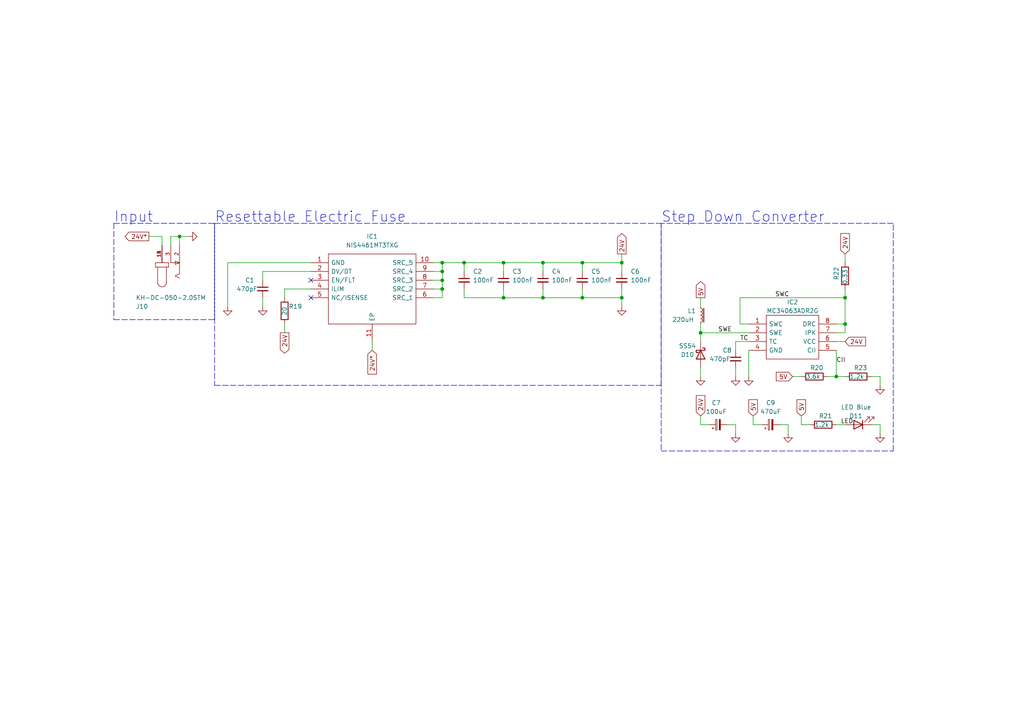
<source format=kicad_sch>
(kicad_sch (version 20211123) (generator eeschema)
  (paper "A4")
  (title_block (title "Plant Watering") (date "2022-08-29") (rev "1") (company "All in one device for plant irrigation") (comment 1 "Reading moisture, processing data, including weather, switching of solenoid valves") (comment 2 "5 A peak current, max. 1 s") (comment 3 "24 V input voltage"))
  (lib_symbols
    (symbol "Device:C_Polarized_Small" (pin_numbers hide) (pin_names (offset 0.254) hide)
      (property "Reference" "C" (at 0.254 1.778 0))
      (property "Value" "C_Polarized_Small" (at 0.254 -2.032 0))
      (symbol "C_Polarized_Small_0_1"
        (rectangle (start -1.524 -0.3048) (end 1.524 -0.6858) (fill (type outline)))
        (rectangle (start -1.524 0.6858) (end 1.524 0.3048))
        (polyline (pts (xy -1.27 1.524) (xy -0.762 1.524)))
        (polyline (pts (xy -1.016 1.27) (xy -1.016 1.778)))
      )
      (symbol "C_Polarized_Small_1_1"
        (pin passive line (at 0 2.54 270) (length 1.8542) (name "~") (number "1"))
        (pin passive line (at 0 -2.54 90) (length 1.8542) (name "~") (number "2"))
      )
    )
    (symbol "Device:C_Small" (pin_numbers hide) (pin_names (offset 0.254) hide)
      (property "Reference" "C" (at 0.254 1.778 0))
      (property "Value" "C_Small" (at 0.254 -2.032 0))
      (symbol "C_Small_0_1"
        (polyline (pts (xy -1.524 -0.508) (xy 1.524 -0.508)) (stroke (width 0.3302)))
        (polyline (pts (xy -1.524 0.508) (xy 1.524 0.508)) (stroke (width 0.3048)))
      )
      (symbol "C_Small_1_1"
        (pin passive line (at 0 2.54 270) (length 2.032) (name "~") (number "1"))
        (pin passive line (at 0 -2.54 90) (length 2.032) (name "~") (number "2"))
      )
    )
    (symbol "Device:D_Schottky" (pin_numbers hide) (pin_names (offset 1.016) hide)
      (property "Reference" "D" (at 0 2.54 0))
      (property "Value" "D_Schottky" (at 0 -2.54 0))
      (symbol "D_Schottky_0_1"
        (polyline (pts (xy 1.27 0) (xy -1.27 0)))
        (polyline (pts (xy 1.27 1.27) (xy 1.27 -1.27) (xy -1.27 0) (xy 1.27 1.27)) (stroke (width 0.254)))
        (polyline (pts (xy -1.905 0.635) (xy -1.905 1.27) (xy -1.27 1.27) (xy -1.27 -1.27) (xy -0.635 -1.27) (xy -0.635 -0.635)) (stroke (width 0.254)))
      )
      (symbol "D_Schottky_1_1"
        (pin passive line (at -3.81 0 0) (length 2.54) (name "K") (number "1"))
        (pin passive line (at 3.81 0 180) (length 2.54) (name "A") (number "2"))
      )
    )
    (symbol "Device:LED" (pin_numbers hide) (pin_names (offset 1.016) hide)
      (property "Reference" "D" (at 0 2.54 0))
      (property "Value" "LED" (at 0 -2.54 0))
      (symbol "LED_0_1"
        (polyline (pts (xy -1.27 -1.27) (xy -1.27 1.27)) (stroke (width 0.254)))
        (polyline (pts (xy -1.27 0) (xy 1.27 0)))
        (polyline (pts (xy 1.27 -1.27) (xy 1.27 1.27) (xy -1.27 0) (xy 1.27 -1.27)) (stroke (width 0.254)))
        (polyline (pts (xy -3.048 -0.762) (xy -4.572 -2.286) (xy -3.81 -2.286) (xy -4.572 -2.286) (xy -4.572 -1.524)))
        (polyline (pts (xy -1.778 -0.762) (xy -3.302 -2.286) (xy -2.54 -2.286) (xy -3.302 -2.286) (xy -3.302 -1.524)))
      )
      (symbol "LED_1_1"
        (pin passive line (at -3.81 0 0) (length 2.54) (name "K") (number "1"))
        (pin passive line (at 3.81 0 180) (length 2.54) (name "A") (number "2"))
      )
    )
    (symbol "Device:L_Iron_Small" (pin_numbers hide) (pin_names (offset 0.254) hide)
      (property "Reference" "L" (at 1.27 1.016 0))
      (property "Value" "L_Iron_Small" (at 1.27 -1.27 0))
      (symbol "L_Iron_Small_0_1"
        (arc (start 0 -2.032) (mid 0.508 -1.524) (end 0 -1.016))
        (arc (start 0 -1.016) (mid 0.508 -0.508) (end 0 0))
        (polyline (pts (xy 0.762 2.032) (xy 0.762 -2.032)))
        (polyline (pts (xy 1.016 -2.032) (xy 1.016 2.032)))
        (arc (start 0 0) (mid 0.508 0.508) (end 0 1.016))
        (arc (start 0 1.016) (mid 0.508 1.524) (end 0 2.032))
      )
      (symbol "L_Iron_Small_1_1"
        (pin passive line (at 0 2.54 270) (length 0.508) (name "~") (number "1"))
        (pin passive line (at 0 -2.54 90) (length 0.508) (name "~") (number "2"))
      )
    )
    (symbol "Device:R" (pin_numbers hide) (pin_names (offset 0))
      (property "Reference" "R" (at 2.032 0 90))
      (property "Value" "R" (at 0 0 90))
      (symbol "R_0_1"
        (rectangle (start -1.016 -2.54) (end 1.016 2.54) (stroke (width 0.254)))
      )
      (symbol "R_1_1"
        (pin passive line (at 0 3.81 270) (length 1.27) (name "~") (number "1"))
        (pin passive line (at 0 -3.81 90) (length 1.27) (name "~") (number "2"))
      )
    )
    (symbol "PJ-002BH-SMT-TR:PJ-002BH-SMT-TR" (pin_names (offset 1.016) hide)
      (property "Reference" "J" (at -7.62 5.08 0))
      (property "Value" "PJ-002BH-SMT-TR" (at -7.62 -5.08 0))
      (symbol "PJ-002BH-SMT-TR_0_0"
        (arc (start -5.715 3.81) (mid -6.985 2.54) (end -5.715 1.27) (stroke (width 0.1524)))
        (polyline (pts (xy -5.715 3.81) (xy -1.27 3.81)) (stroke (width 0.1524)))
        (polyline (pts (xy -3.81 -1.27) (xy -4.445 -2.54)) (stroke (width 0.1524)))
        (polyline (pts (xy -3.175 -2.54) (xy -3.81 -1.27)) (stroke (width 0.1524)))
        (polyline (pts (xy -1.27 0.635) (xy 0 0.635)) (stroke (width 0.1524)))
        (polyline (pts (xy -1.27 1.27) (xy -5.715 1.27)) (stroke (width 0.1524)))
        (polyline (pts (xy -1.27 1.27) (xy -1.27 0.635)) (stroke (width 0.1524)))
        (polyline (pts (xy -1.27 3.81) (xy -1.27 1.27)) (stroke (width 0.1524)))
        (polyline (pts (xy -1.27 4.445) (xy -1.27 3.81)) (stroke (width 0.1524)))
        (polyline (pts (xy 0 -2.54) (xy -3.175 -2.54)) (stroke (width 0.1524)))
        (polyline (pts (xy 0 0) (xy 0 -2.54)) (stroke (width 0.1524)))
        (polyline (pts (xy 0 0.635) (xy 0 4.445)) (stroke (width 0.1524)))
        (polyline (pts (xy 0 4.445) (xy -1.27 4.445)) (stroke (width 0.1524)))
        (polyline (pts (xy 0 -2.54) (xy -0.508 -1.27) (xy 0.508 -1.27) (xy 0 -2.54)) (stroke (width 0.1524)) (fill (type background)))
        (pin passive line (at 5.08 2.54 180) (length 5.08) (name "~") (number "1A"))
        (pin passive line (at 5.08 2.54 180) (length 5.08) (name "~") (number "1B"))
        (pin passive line (at 5.08 -2.54 180) (length 5.08) (name "~") (number "2"))
        (pin passive line (at 5.08 0 180) (length 5.08) (name "~") (number "3"))
      )
    )
    (symbol "SamacSys_Parts:MC34063ACD-TR" (pin_names (offset 0.762))
      (property "Reference" "IC" (at 21.59 7.62 0))
      (property "Value" "MC34063ACD-TR" (at 21.59 5.08 0))
      (symbol "MC34063ACD-TR_0_0"
        (pin passive line (at 0 0 0) (length 5.08) (name "SWC") (number "1"))
        (pin passive line (at 0 -2.54 0) (length 5.08) (name "SWE") (number "2"))
        (pin passive line (at 0 -5.08 0) (length 5.08) (name "TC") (number "3"))
        (pin passive line (at 0 -7.62 0) (length 5.08) (name "GND") (number "4"))
        (pin passive line (at 25.4 -7.62 180) (length 5.08) (name "CII") (number "5"))
        (pin passive line (at 25.4 -5.08 180) (length 5.08) (name "VCC") (number "6"))
        (pin passive line (at 25.4 -2.54 180) (length 5.08) (name "IPK") (number "7"))
        (pin passive line (at 25.4 0 180) (length 5.08) (name "DRC") (number "8"))
      )
      (symbol "MC34063ACD-TR_0_1"
        (polyline (pts (xy 5.08 2.54) (xy 20.32 2.54) (xy 20.32 -10.16) (xy 5.08 -10.16) (xy 5.08 2.54)) (stroke (width 0.1524)))
      )
    )
    (symbol "SamacSys_Parts:NIS4461MT3TXG" (pin_names (offset 0.762))
      (property "Reference" "IC" (at 31.75 7.62 0))
      (property "Value" "NIS4461MT3TXG" (at 31.75 5.08 0))
      (symbol "NIS4461MT3TXG_0_0"
        (pin passive line (at 0 0 0) (length 5.08) (name "GND") (number "1"))
        (pin passive line (at 35.56 0 180) (length 5.08) (name "SRC_5") (number "10"))
        (pin passive line (at 17.78 -22.86 90) (length 5.08) (name "EP") (number "11"))
        (pin passive line (at 0 -2.54 0) (length 5.08) (name "DV/DT") (number "2"))
        (pin passive line (at 0 -5.08 0) (length 5.08) (name "EN/FLT") (number "3"))
        (pin passive line (at 0 -7.62 0) (length 5.08) (name "ILIM") (number "4"))
        (pin passive line (at 0 -10.16 0) (length 5.08) (name "NC/ISENSE") (number "5"))
        (pin passive line (at 35.56 -10.16 180) (length 5.08) (name "SRC_1") (number "6"))
        (pin passive line (at 35.56 -7.62 180) (length 5.08) (name "SRC_2") (number "7"))
        (pin passive line (at 35.56 -5.08 180) (length 5.08) (name "SRC_3") (number "8"))
        (pin passive line (at 35.56 -2.54 180) (length 5.08) (name "SRC_4") (number "9"))
      )
      (symbol "NIS4461MT3TXG_0_1"
        (polyline (pts (xy 5.08 2.54) (xy 30.48 2.54) (xy 30.48 -17.78) (xy 5.08 -17.78) (xy 5.08 2.54)) (stroke (width 0.1524)))
      )
    )
    (symbol "power:GND" (power) (pin_names (offset 0))
      (property "Value" "GND" (at 0 -3.81 0))
      (symbol "GND_0_1"
        (polyline (pts (xy 0 0) (xy 0 -1.27) (xy 1.27 -1.27) (xy 0 -2.54) (xy -1.27 -1.27) (xy 0 -1.27)))
      )
      (symbol "GND_1_1"
        (pin power_in line (at 0 0 270) (length 0) hide (name "GND") (number "1"))
      )
    )
  )
  (junction (at 180.34 86.36))
  (junction (at 157.48 76.2))
  (junction (at 52.07 68.58))
  (junction (at 128.27 81.28))
  (junction (at 180.34 76.2))
  (junction (at 168.91 76.2))
  (junction (at 128.27 76.2))
  (junction (at 157.48 86.36))
  (junction (at 128.27 78.74))
  (junction (at 134.62 76.2))
  (junction (at 128.27 83.82))
  (junction (at 242.57 109.22))
  (junction (at 245.11 93.98))
  (junction (at 146.05 86.36))
  (junction (at 146.05 76.2))
  (junction (at 168.91 86.36))
  (junction (at 203.2 96.52))
  (junction (at 245.11 86.36))
  (no_connect (at 90.17 86.36))
  (no_connect (at 90.17 81.28))
  (wire (pts (xy 242.57 109.22) (xy 240.03 109.22)))
  (wire (pts (xy 203.2 123.19) (xy 205.74 123.19)))
  (wire (pts (xy 52.07 71.12) (xy 52.07 68.58)))
  (wire (pts (xy 255.27 123.19) (xy 255.27 125.73)))
  (wire (pts (xy 76.2 86.36) (xy 76.2 88.9)))
  (wire (pts (xy 52.07 68.58) (xy 54.61 68.58)))
  (wire (pts (xy 180.34 86.36) (xy 180.34 88.9)))
  (wire (pts (xy 128.27 76.2) (xy 134.62 76.2)))
  (wire (pts (xy 203.2 106.68) (xy 203.2 109.22)))
  (wire (pts (xy 180.34 76.2) (xy 180.34 78.74)))
  (polyline (pts (xy 33.02 64.77) (xy 33.02 92.71)))
  (polyline (pts (xy 191.77 64.77) (xy 191.77 130.81)))
  (wire (pts (xy 146.05 83.82) (xy 146.05 86.36)))
  (polyline (pts (xy 62.23 64.77) (xy 62.23 111.76)))
  (wire (pts (xy 134.62 83.82) (xy 134.62 86.36)))
  (wire (pts (xy 43.18 68.58) (xy 46.99 68.58)))
  (wire (pts (xy 66.04 76.2) (xy 90.17 76.2)))
  (wire (pts (xy 213.36 99.06) (xy 213.36 101.6)))
  (polyline (pts (xy 259.08 64.77) (xy 191.77 64.77)))
  (wire (pts (xy 180.34 73.66) (xy 180.34 76.2)))
  (wire (pts (xy 146.05 76.2) (xy 157.48 76.2)))
  (wire (pts (xy 76.2 78.74) (xy 76.2 81.28)))
  (wire (pts (xy 125.73 81.28) (xy 128.27 81.28)))
  (wire (pts (xy 203.2 86.36) (xy 203.2 88.9)))
  (wire (pts (xy 49.53 71.12) (xy 49.53 68.58)))
  (wire (pts (xy 157.48 83.82) (xy 157.48 86.36)))
  (wire (pts (xy 252.73 123.19) (xy 255.27 123.19)))
  (wire (pts (xy 232.41 123.19) (xy 234.95 123.19)))
  (wire (pts (xy 229.87 109.22) (xy 232.41 109.22)))
  (wire (pts (xy 245.11 93.98) (xy 245.11 96.52)))
  (wire (pts (xy 82.55 83.82) (xy 82.55 86.36)))
  (wire (pts (xy 128.27 81.28) (xy 128.27 83.82)))
  (wire (pts (xy 245.11 93.98) (xy 242.57 93.98)))
  (wire (pts (xy 213.36 125.73) (xy 213.36 123.19)))
  (wire (pts (xy 203.2 93.98) (xy 203.2 96.52)))
  (wire (pts (xy 125.73 76.2) (xy 128.27 76.2)))
  (wire (pts (xy 146.05 76.2) (xy 146.05 78.74)))
  (polyline (pts (xy 33.02 64.77) (xy 62.23 64.77)))
  (wire (pts (xy 232.41 120.65) (xy 232.41 123.19)))
  (wire (pts (xy 134.62 76.2) (xy 134.62 78.74)))
  (wire (pts (xy 252.73 109.22) (xy 255.27 109.22)))
  (wire (pts (xy 242.57 123.19) (xy 245.11 123.19)))
  (wire (pts (xy 242.57 101.6) (xy 242.57 109.22)))
  (wire (pts (xy 245.11 86.36) (xy 245.11 93.98)))
  (wire (pts (xy 245.11 73.66) (xy 245.11 76.2)))
  (wire (pts (xy 214.63 86.36) (xy 245.11 86.36)))
  (wire (pts (xy 90.17 78.74) (xy 76.2 78.74)))
  (wire (pts (xy 107.95 101.6) (xy 107.95 99.06)))
  (wire (pts (xy 157.48 76.2) (xy 157.48 78.74)))
  (polyline (pts (xy 62.23 64.77) (xy 191.77 64.77)))
  (wire (pts (xy 217.17 101.6) (xy 217.17 109.22)))
  (wire (pts (xy 242.57 109.22) (xy 245.11 109.22)))
  (wire (pts (xy 125.73 83.82) (xy 128.27 83.82)))
  (wire (pts (xy 168.91 76.2) (xy 168.91 78.74)))
  (wire (pts (xy 128.27 78.74) (xy 128.27 81.28)))
  (wire (pts (xy 217.17 99.06) (xy 213.36 99.06)))
  (wire (pts (xy 125.73 86.36) (xy 128.27 86.36)))
  (polyline (pts (xy 259.08 130.81) (xy 259.08 64.77)))
  (wire (pts (xy 203.2 99.06) (xy 203.2 96.52)))
  (wire (pts (xy 134.62 86.36) (xy 146.05 86.36)))
  (wire (pts (xy 168.91 83.82) (xy 168.91 86.36)))
  (wire (pts (xy 66.04 76.2) (xy 66.04 88.9)))
  (wire (pts (xy 125.73 78.74) (xy 128.27 78.74)))
  (polyline (pts (xy 191.77 130.81) (xy 259.08 130.81)))
  (polyline (pts (xy 191.77 111.76) (xy 191.77 64.77)))
  (wire (pts (xy 90.17 83.82) (xy 82.55 83.82)))
  (wire (pts (xy 146.05 86.36) (xy 157.48 86.36)))
  (wire (pts (xy 157.48 86.36) (xy 168.91 86.36)))
  (polyline (pts (xy 33.02 92.71) (xy 62.23 92.71)))
  (wire (pts (xy 180.34 86.36) (xy 180.34 83.82)))
  (wire (pts (xy 226.06 123.19) (xy 228.6 123.19)))
  (wire (pts (xy 46.99 68.58) (xy 46.99 71.12)))
  (wire (pts (xy 228.6 123.19) (xy 228.6 125.73)))
  (wire (pts (xy 157.48 76.2) (xy 168.91 76.2)))
  (wire (pts (xy 82.55 93.98) (xy 82.55 96.52)))
  (wire (pts (xy 128.27 83.82) (xy 128.27 86.36)))
  (wire (pts (xy 213.36 123.19) (xy 210.82 123.19)))
  (wire (pts (xy 218.44 123.19) (xy 220.98 123.19)))
  (wire (pts (xy 255.27 109.22) (xy 255.27 111.76)))
  (wire (pts (xy 214.63 93.98) (xy 214.63 86.36)))
  (polyline (pts (xy 62.23 111.76) (xy 191.77 111.76)))
  (wire (pts (xy 203.2 96.52) (xy 217.17 96.52)))
  (wire (pts (xy 168.91 86.36) (xy 180.34 86.36)))
  (wire (pts (xy 217.17 93.98) (xy 214.63 93.98)))
  (polyline (pts (xy 62.23 92.71) (xy 62.23 64.77)))
  (wire (pts (xy 128.27 76.2) (xy 128.27 78.74)))
  (wire (pts (xy 168.91 76.2) (xy 180.34 76.2)))
  (wire (pts (xy 203.2 120.65) (xy 203.2 123.19)))
  (wire (pts (xy 242.57 99.06) (xy 245.11 99.06)))
  (wire (pts (xy 242.57 96.52) (xy 245.11 96.52)))
  (wire (pts (xy 213.36 106.68) (xy 213.36 109.22)))
  (wire (pts (xy 245.11 86.36) (xy 245.11 83.82)))
  (wire (pts (xy 134.62 76.2) (xy 146.05 76.2)))
  (wire (pts (xy 218.44 120.65) (xy 218.44 123.19)))
  (wire (pts (xy 49.53 68.58) (xy 52.07 68.58)))
  (text "Input" (at 33.02 64.77 0) (effects (font (size 3 3)) (justify left bottom)))
  (text "Resettable Electric Fuse" (at 62.23 64.77 0) (effects (font (size 3 3)) (justify left bottom)))
  (text "Step Down Converter" (at 191.77 64.77 0) (effects (font (size 3 3)) (justify left bottom)))
  (label "SWE" (at 208.28 96.52 0))
  (label "SWC" (at 224.79 86.36 0))
  (label "LED" (at 243.84 123.19 0))
  (label "TC" (at 214.63 99.06 0))
  (label "CII" (at 242.57 105.41 0))
  (global_label "24V" (shape output) (at 82.55 96.52 270) (property "Intersheet References" "${INTERSHEET_REFS}" (effects hide)))
  (global_label "24V" (shape input) (at 245.11 99.06 0) (property "Intersheet References" "${INTERSHEET_REFS}" (effects hide)))
  (global_label "24V*" (shape output) (at 43.18 68.58 180) (property "Intersheet References" "${INTERSHEET_REFS}" (effects hide)))
  (global_label "5V" (shape input) (at 218.44 120.65 90) (property "Intersheet References" "${INTERSHEET_REFS}" (effects hide)))
  (global_label "24V" (shape input) (at 203.2 120.65 90) (property "Intersheet References" "${INTERSHEET_REFS}" (effects hide)))
  (global_label "5V" (shape input) (at 229.87 109.22 180) (property "Intersheet References" "${INTERSHEET_REFS}" (effects hide)))
  (global_label "24V" (shape output) (at 180.34 73.66 90) (property "Intersheet References" "${INTERSHEET_REFS}" (effects hide)))
  (global_label "5V" (shape input) (at 232.41 120.65 90) (property "Intersheet References" "${INTERSHEET_REFS}" (effects hide)))
  (global_label "5V" (shape output) (at 203.2 86.36 90) (property "Intersheet References" "${INTERSHEET_REFS}" (effects hide)))
  (global_label "24V*" (shape input) (at 107.95 101.6 270) (property "Intersheet References" "${INTERSHEET_REFS}" (effects hide)))
  (global_label "24V" (shape input) (at 245.11 73.66 90) (property "Intersheet References" "${INTERSHEET_REFS}" (effects hide)))
  (symbol (lib_id "Device:D_Schottky") (at 203.2 102.87 270) (unit 1)
    (property "Reference" "D10" (at 199.39 102.87 90))
    (property "Value" "SS54" (at 199.39 100.33 90))
    (property "Footprint" "Diode_SMD:D_SMA" (effects hide))
    (property "LCSC" "C22452" (effects hide))
  )
  (symbol (lib_id "Device:C_Small") (at 168.91 81.28 0) (unit 1)
    (property "Reference" "C5" (at 171.45 78.74 0) (effects (justify left)))
    (property "Value" "100nF" (at 171.45 81.28 0) (effects (justify left)))
    (property "Footprint" "Capacitor_SMD:C_0603_1608Metric" (effects hide))
    (property "LCSC" "C14663" (effects hide))
  )
  (symbol (lib_id "power:GND") (at 66.04 88.9 0) (unit 1)
    (property "Reference" "#PWR021" (effects hide))
    (property "Value" "GND" (effects hide))
  )
  (symbol (lib_id "Device:C_Small") (at 76.2 83.82 0) (unit 1)
    (property "Reference" "C1" (at 71.12 81.28 0) (effects (justify left)))
    (property "Value" "470pF" (at 68.58 83.82 0) (effects (justify left)))
    (property "Footprint" "Capacitor_SMD:C_0603_1608Metric" (effects hide))
    (property "LCSC" "C1620" (effects hide))
  )
  (symbol (lib_id "power:GND") (at 217.17 109.22 0) (unit 1)
    (property "Reference" "#PWR030" (effects hide))
    (property "Value" "GND" (effects hide))
  )
  (symbol (lib_id "power:GND") (at 228.6 125.73 0) (unit 1)
    (property "Reference" "#PWR031" (effects hide))
    (property "Value" "GND" (effects hide))
  )
  (symbol (lib_id "power:GND") (at 255.27 125.73 0) (unit 1)
    (property "Reference" "#PWR033" (effects hide))
    (property "Value" "GND" (effects hide))
  )
  (symbol (lib_id "Device:L_Iron_Small") (at 203.2 91.44 0) (unit 1)
    (property "Reference" "L1" (at 200.66 90.17 0))
    (property "Value" "220uH" (at 198.12 92.71 0))
    (property "Footprint" "Inductor_SMD:L_1210_3225Metric" (effects hide))
    (property "LCSC" "C394104" (effects hide))
  )
  (symbol (lib_id "SamacSys_Parts:NIS4461MT3TXG") (at 90.17 76.2 0) (unit 1)
    (property "Reference" "IC1" (at 107.95 68.58 0))
    (property "Value" "NIS4461MT3TXG" (at 107.95 71.12 0))
    (property "Footprint" "SON50P300X300X80-11N" (effects hide))
    (property "Datasheet" "https://componentsearchengine.com/Datasheets/2/NIS4461MT3TXG.pdf" (effects hide))
    (property "Description" "ONSEMI - NIS4461MT3TXG - Electronic Fuse, 9 V to 24 V, Fan & Hard Drives/Industrial/Handheld Devices, WDFN-EP, 10Pin" (effects hide))
    (property "Height" "0.8" (effects hide))
    (property "Mouser Part Number" "863-NIS4461MT3TXG" (effects hide))
    (property "Mouser Price/Stock" "https://www.mouser.co.uk/ProductDetail/onsemi/NIS4461MT3TXG?qs=HBWAp0VN4RizfjDFuOVp3w%3D%3D" (effects hide))
    (property "Manufacturer_Name" "onsemi" (effects hide))
    (property "Manufacturer_Part_Number" "NIS4461MT3TXG" (effects hide))
  )
  (symbol (lib_id "Device:LED") (at 248.92 123.19 180) (unit 1)
    (property "Reference" "D11" (at 250.19 120.65 0) (effects (justify left)))
    (property "Value" "LED Blue" (at 252.73 118.11 0) (effects (justify left)))
    (property "Footprint" "LED_SMD:LED_0603_1608Metric" (effects hide))
    (property "LCSC" "C72041" (effects hide))
  )
  (symbol (lib_id "Device:C_Small") (at 157.48 81.28 0) (unit 1)
    (property "Reference" "C4" (at 160.02 78.74 0) (effects (justify left)))
    (property "Value" "100nF" (at 160.02 81.28 0) (effects (justify left)))
    (property "Footprint" "Capacitor_SMD:C_0603_1608Metric" (effects hide))
    (property "LCSC" "C14663" (effects hide))
  )
  (symbol (lib_id "power:GND") (at 54.61 68.58 90) (unit 1)
    (property "Reference" "#PWR020" (effects hide))
    (property "Value" "GND" (effects hide))
  )
  (symbol (lib_id "power:GND") (at 213.36 125.73 0) (unit 1)
    (property "Reference" "#PWR029" (effects hide))
    (property "Value" "GND" (effects hide))
  )
  (symbol (lib_id "Device:R") (at 245.11 80.01 0) (unit 1)
    (property "Reference" "R22" (at 242.57 81.28 90) (effects (justify left)))
    (property "Value" "0.33" (at 245.11 82.55 90) (effects (justify left)))
    (property "Footprint" "Resistor_SMD:R_0805_2012Metric" (effects hide))
    (property "LCSC" "C491232" (effects hide))
  )
  (symbol (lib_id "power:GND") (at 76.2 88.9 0) (unit 1)
    (property "Reference" "#PWR022" (effects hide))
    (property "Value" "GND" (effects hide))
  )
  (symbol (lib_id "Device:C_Polarized_Small") (at 223.52 123.19 90) (unit 1)
    (property "Reference" "C9" (at 223.52 116.84 90))
    (property "Value" "470uF" (at 223.52 119.38 90))
    (property "Footprint" "Capacitor_SMD:CP_Elec_10x10.5" (effects hide))
    (property "LCSC" "C129479" (effects hide))
  )
  (symbol (lib_id "Device:R") (at 236.22 109.22 270) (unit 1)
    (property "Reference" "R20" (at 234.95 106.68 90) (effects (justify left)))
    (property "Value" "3.6k" (at 233.68 109.22 90) (effects (justify left)))
    (property "Footprint" "Resistor_SMD:R_0805_2012Metric" (effects hide))
    (property "LCSC" "C18359" (effects hide))
  )
  (symbol (lib_id "Device:R") (at 82.55 90.17 180) (unit 1)
    (property "Reference" "R19" (at 87.63 88.9 0) (effects (justify left)))
    (property "Value" "20" (at 82.55 88.9 90) (effects (justify left)))
    (property "Footprint" "Resistor_SMD:R_0603_1608Metric" (effects hide))
    (property "LCSC" "C22775" (effects hide))
  )
  (symbol (lib_id "power:GND") (at 255.27 111.76 0) (unit 1)
    (property "Reference" "#PWR032" (effects hide))
    (property "Value" "GND" (effects hide))
  )
  (symbol (lib_id "Device:C_Polarized_Small") (at 208.28 123.19 90) (unit 1)
    (property "Reference" "C7" (at 207.7339 116.84 90))
    (property "Value" "100uF" (at 207.7339 119.38 90))
    (property "Footprint" "Capacitor_SMD:CP_Elec_6.3x7.7" (effects hide))
    (property "LCSC" "C3001220" (effects hide))
  )
  (symbol (lib_id "Device:C_Small") (at 213.36 104.14 0) (unit 1)
    (property "Reference" "C8" (at 209.55 101.6 0) (effects (justify left)))
    (property "Value" "470pF" (at 205.74 104.14 0) (effects (justify left)))
    (property "Footprint" "Capacitor_SMD:C_0805_2012Metric" (effects hide))
    (property "LCSC" "C1743" (effects hide))
  )
  (symbol (lib_id "Device:C_Small") (at 134.62 81.28 0) (unit 1)
    (property "Reference" "C2" (at 137.16 78.74 0) (effects (justify left)))
    (property "Value" "100nF" (at 137.16 81.28 0) (effects (justify left)))
    (property "Footprint" "Capacitor_SMD:C_0603_1608Metric" (effects hide))
    (property "LCSC" "C14663" (effects hide))
  )
  (symbol (lib_id "power:GND") (at 203.2 109.22 0) (unit 1)
    (property "Reference" "#PWR025" (effects hide))
    (property "Value" "GND" (effects hide))
  )
  (symbol (lib_id "Device:C_Small") (at 180.34 81.28 0) (unit 1)
    (property "Reference" "C6" (at 182.88 78.74 0) (effects (justify left)))
    (property "Value" "100nF" (at 182.88 81.28 0) (effects (justify left)))
    (property "Footprint" "Capacitor_SMD:C_0603_1608Metric" (effects hide))
    (property "LCSC" "C14663" (effects hide))
  )
  (symbol (lib_id "power:GND") (at 180.34 88.9 0) (unit 1)
    (property "Reference" "#PWR023" (effects hide))
    (property "Value" "GND" (effects hide))
  )
  (symbol (lib_id "PJ-002BH-SMT-TR:PJ-002BH-SMT-TR") (at 49.53 76.2 90) (unit 1)
    (property "Reference" "J10" (at 39.37 88.9 90) (effects (justify right)))
    (property "Value" "KH-DC-050-2.0STM" (at 39.37 86.36 90) (effects (justify right)))
    (property "Footprint" "PersonalLibrary:CUI_PJ-002BH-SMT-TR" (effects hide))
    (property "Datasheet" "https://datasheet.lcsc.com/lcsc/2108072330_Shenzhen-Kinghelm-Elec-KH-DC-050-2-0STM_C2847201.pdf" (effects hide))
    (property "STANDARD" "Manufacturer recommendations" (effects hide))
    (property "MANUFACTURER" "Shenzhen Kinghelm Elec Shenzhen Kinghelm Elec" (effects hide))
    (property "LCSC" "C2847201" (effects hide))
  )
  (symbol (lib_id "SamacSys_Parts:MC34063ACD-TR") (at 217.17 93.98 0) (unit 1)
    (property "Reference" "IC2" (at 229.87 87.63 0))
    (property "Value" "MC34063ADR2G" (at 229.87 90.17 0))
    (property "Footprint" "SamacSys_Parts:SOIC127P600X175-8N" (effects hide))
    (property "Description" "MC34063ADR2G" (effects hide))
    (property "Height" "1.75" (effects hide))
    (property "LCSC" "C32078" (effects hide))
  )
  (symbol (lib_id "Device:R") (at 248.92 109.22 270) (unit 1)
    (property "Reference" "R23" (at 247.65 106.68 90) (effects (justify left)))
    (property "Value" "1.2k" (at 246.38 109.22 90) (effects (justify left)))
    (property "Footprint" "Resistor_SMD:R_0805_2012Metric" (effects hide))
    (property "LCSC" "C17379" (effects hide))
  )
  (symbol (lib_id "Device:C_Small") (at 146.05 81.28 0) (unit 1)
    (property "Reference" "C3" (at 148.59 78.74 0) (effects (justify left)))
    (property "Value" "100nF" (at 148.59 81.28 0) (effects (justify left)))
    (property "Footprint" "Capacitor_SMD:C_0603_1608Metric" (effects hide))
    (property "LCSC" "C14663" (effects hide))
  )
  (symbol (lib_id "power:GND") (at 213.36 109.22 0) (unit 1)
    (property "Reference" "#PWR028" (effects hide))
    (property "Value" "GND" (effects hide))
  )
  (symbol (lib_id "Device:R") (at 238.76 123.19 270) (unit 1)
    (property "Reference" "R21" (at 237.49 120.65 90) (effects (justify left)))
    (property "Value" "1.2k" (at 236.22 123.19 90) (effects (justify left)))
    (property "Footprint" "Resistor_SMD:R_0805_2012Metric" (effects hide))
    (property "LCSC" "C17379" (effects hide))
  )
)
</source>
